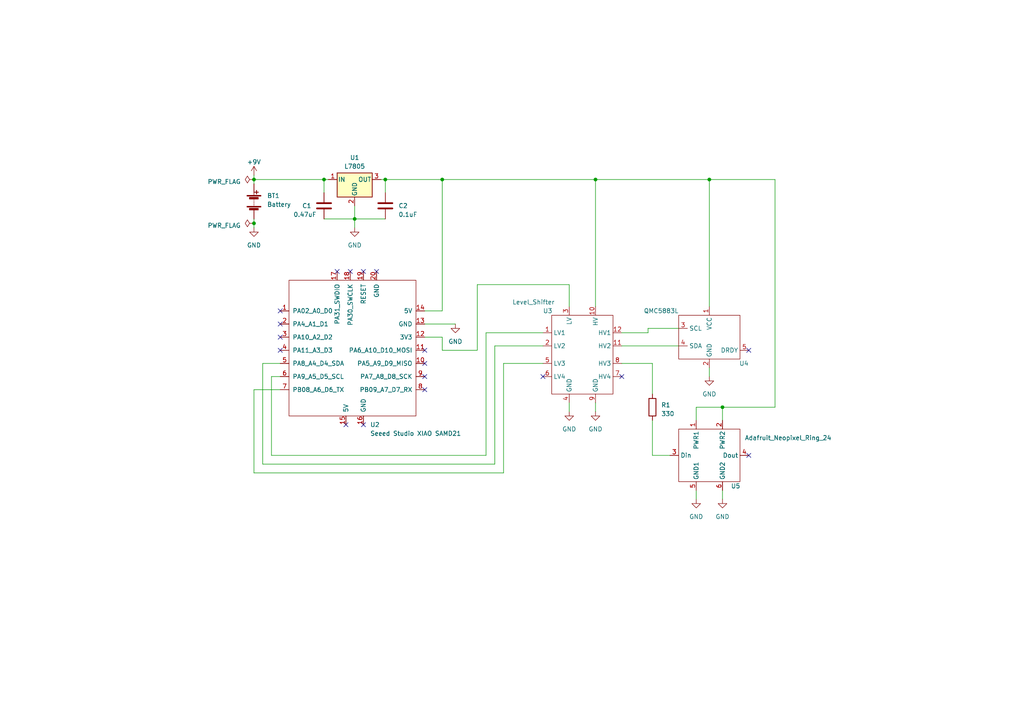
<source format=kicad_sch>
(kicad_sch (version 20230121) (generator eeschema)
  (paper "A4")
  (title_block (title "Digital Compass") (date "2022-12-10") (rev "v1") (comment 1 "Description: Digital compass") (comment 2 "License: MIT License (https://opensource.org/licenses/MIT)") (comment 3 "Author: Federico Menozzi"))
  (lib_symbols
    (symbol "Device:Battery" (pin_numbers hide) (pin_names (offset 0) hide)
      (property "Reference" "BT" (at 2.54 2.54 0))
      (property "Value" "Battery" (at 2.54 0 0))
      (symbol "Battery_0_1"
        (rectangle (start -2.032 -1.397) (end 2.032 -1.651) (fill (type outline)))
        (rectangle (start -2.032 1.778) (end 2.032 1.524) (fill (type outline)))
        (rectangle (start -1.3208 -1.9812) (end 1.27 -2.4892) (fill (type outline)))
        (rectangle (start -1.3208 1.1938) (end 1.27 0.6858) (fill (type outline)))
        (polyline (pts (xy 0 -1.524) (xy 0 -1.27)))
        (polyline (pts (xy 0 -1.016) (xy 0 -0.762)))
        (polyline (pts (xy 0 -0.508) (xy 0 -0.254)))
        (polyline (pts (xy 0 0) (xy 0 0.254)))
        (polyline (pts (xy 0 0.508) (xy 0 0.762)))
        (polyline (pts (xy 0 1.778) (xy 0 2.54)))
        (polyline (pts (xy 0.254 2.667) (xy 1.27 2.667)) (stroke (width 0.254)))
        (polyline (pts (xy 0.762 3.175) (xy 0.762 2.159)) (stroke (width 0.254)))
      )
      (symbol "Battery_1_1"
        (pin passive line (at 0 5.08 270) (length 2.54) (name "+") (number "1"))
        (pin passive line (at 0 -5.08 90) (length 2.54) (name "-") (number "2"))
      )
    )
    (symbol "Device:C" (pin_numbers hide) (pin_names (offset 0.254))
      (property "Reference" "C" (at 0.635 2.54 0))
      (property "Value" "C" (at 0.635 -2.54 0))
      (symbol "C_0_1"
        (polyline (pts (xy -2.032 -0.762) (xy 2.032 -0.762)) (stroke (width 0.508)))
        (polyline (pts (xy -2.032 0.762) (xy 2.032 0.762)) (stroke (width 0.508)))
      )
      (symbol "C_1_1"
        (pin passive line (at 0 3.81 270) (length 2.794) (name "~") (number "1"))
        (pin passive line (at 0 -3.81 90) (length 2.794) (name "~") (number "2"))
      )
    )
    (symbol "Device:R" (pin_numbers hide) (pin_names (offset 0))
      (property "Reference" "R" (at 2.032 0 90))
      (property "Value" "R" (at 0 0 90))
      (symbol "R_0_1"
        (rectangle (start -1.016 -2.54) (end 1.016 2.54) (stroke (width 0.254)))
      )
      (symbol "R_1_1"
        (pin passive line (at 0 3.81 270) (length 1.27) (name "~") (number "1"))
        (pin passive line (at 0 -3.81 90) (length 1.27) (name "~") (number "2"))
      )
    )
    (symbol "Regulator_Linear:L7805" (pin_names (offset 0.254))
      (property "Reference" "U" (at -3.81 3.175 0))
      (property "Value" "L7805" (at 0 3.175 0))
      (symbol "L7805_0_1"
        (rectangle (start -5.08 1.905) (end 5.08 -5.08) (stroke (width 0.254)) (fill (type background)))
      )
      (symbol "L7805_1_1"
        (pin power_in line (at -7.62 0 0) (length 2.54) (name "IN") (number "1"))
        (pin power_in line (at 0 -7.62 90) (length 2.54) (name "GND") (number "2"))
        (pin power_out line (at 7.62 0 180) (length 2.54) (name "OUT") (number "3"))
      )
    )
    (symbol "digital_compass:Adafruit_Neopixel_Ring_24"
      (property "Reference" "U" (at 8.89 -8.89 0))
      (property "Value" "Adafruit_Neopixel_Ring_24" (at 0 21.59 0))
      (symbol "Adafruit_Neopixel_Ring_24_0_1"
        (rectangle (start -8.89 7.62) (end 8.89 -7.62))
      )
      (symbol "Adafruit_Neopixel_Ring_24_1_1"
        (pin power_in line (at -3.81 10.16 270) (length 2.54) (name "PWR1") (number "1"))
        (pin power_in line (at 3.81 10.16 270) (length 2.54) (name "PWR2") (number "2"))
        (pin input line (at -11.43 0 0) (length 2.54) (name "Din") (number "3"))
        (pin output line (at 11.43 0 180) (length 2.54) (name "Dout") (number "4"))
        (pin power_in line (at -3.81 -10.16 90) (length 2.54) (name "GND1") (number "5"))
        (pin power_in line (at 3.81 -10.16 90) (length 2.54) (name "GND2") (number "6"))
      )
    )
    (symbol "digital_compass:Level_Shifter"
      (property "Reference" "U" (at 10.16 -11.43 0))
      (property "Value" "Level_Shifter" (at -15.24 13.97 0))
      (symbol "Level_Shifter_0_0"
        (text "" (at -20.32 13.97 0) (effects (font (size 1.27 1.27))))
        (text "" (at -13.97 13.97 0) (effects (font (size 1.27 1.27))))
        (text "" (at 10.16 -11.43 0) (effects (font (size 1.27 1.27))))
      )
      (symbol "Level_Shifter_0_1"
        (rectangle (start -8.89 11.43) (end 8.89 -11.43))
      )
      (symbol "Level_Shifter_1_1"
        (pin bidirectional line (at -11.43 6.35 0) (length 2.54) (name "LV1") (number "1"))
        (pin power_in line (at 3.81 13.97 270) (length 2.54) (name "HV") (number "10"))
        (pin bidirectional line (at 11.43 2.54 180) (length 2.54) (name "HV2") (number "11"))
        (pin bidirectional line (at 11.43 6.35 180) (length 2.54) (name "HV1") (number "12"))
        (pin bidirectional line (at -11.43 2.54 0) (length 2.54) (name "LV2") (number "2"))
        (pin power_in line (at -3.81 13.97 270) (length 2.54) (name "LV") (number "3"))
        (pin power_in line (at -3.81 -13.97 90) (length 2.54) (name "GND") (number "4"))
        (pin bidirectional line (at -11.43 -2.54 0) (length 2.54) (name "LV3") (number "5"))
        (pin bidirectional line (at -11.43 -6.35 0) (length 2.54) (name "LV4") (number "6"))
        (pin bidirectional line (at 11.43 -6.35 180) (length 2.54) (name "HV4") (number "7"))
        (pin bidirectional line (at 11.43 -2.54 180) (length 2.54) (name "HV3") (number "8"))
        (pin power_in line (at 3.81 -13.97 90) (length 2.54) (name "GND") (number "9"))
      )
    )
    (symbol "digital_compass:QMC5883L"
      (property "Reference" "U" (at 7.62 -8.89 0))
      (property "Value" "QMC5883L" (at -7.62 7.62 0))
      (symbol "QMC5883L_0_1"
        (rectangle (start -8.89 6.35) (end 8.89 -6.35))
      )
      (symbol "QMC5883L_1_1"
        (pin power_in line (at 0 8.89 270) (length 2.54) (name "VCC") (number "1"))
        (pin power_in line (at 0 -8.89 90) (length 2.54) (name "GND") (number "2"))
        (pin bidirectional line (at -8.89 2.54 0) (length 2.54) (name "SCL") (number "3"))
        (pin bidirectional line (at -8.89 -2.54 0) (length 2.54) (name "SDA") (number "4"))
        (pin output line (at 11.43 -3.81 180) (length 2.54) (name "DRDY") (number "5"))
      )
    )
    (symbol "digital_compass:Seeed Studio XIAO SAMD21" (pin_names (offset 1.016))
      (property "Reference" "U" (at -19.05 22.86 0))
      (property "Value" "Seeed Studio XIAO SAMD21" (at -12.7 21.59 0))
      (symbol "Seeed Studio XIAO SAMD21_0_1"
        (rectangle (start -19.05 20.32) (end 17.78 -19.05))
      )
      (symbol "Seeed Studio XIAO SAMD21_1_1"
        (pin unspecified line (at -21.59 11.43 0) (length 2.54) (name "PA02_A0_D0") (number "1"))
        (pin unspecified line (at 20.32 -3.81 180) (length 2.54) (name "PA5_A9_D9_MISO") (number "10"))
        (pin unspecified line (at 20.32 0 180) (length 2.54) (name "PA6_A10_D10_MOSI") (number "11"))
        (pin power_out line (at 20.32 3.81 180) (length 2.54) (name "3V3") (number "12"))
        (pin power_in line (at 20.32 7.62 180) (length 2.54) (name "GND") (number "13"))
        (pin power_in line (at 20.32 11.43 180) (length 2.54) (name "5V") (number "14"))
        (pin input line (at -2.54 -21.59 90) (length 2.54) (name "5V") (number "15"))
        (pin input line (at 2.54 -21.59 90) (length 2.54) (name "GND") (number "16"))
        (pin input line (at -5.08 22.86 270) (length 2.54) (name "PA31_SWDIO") (number "17"))
        (pin input line (at -1.27 22.86 270) (length 2.54) (name "PA30_SWCLK") (number "18"))
        (pin input line (at 2.54 22.86 270) (length 2.54) (name "RESET") (number "19"))
        (pin unspecified line (at -21.59 7.62 0) (length 2.54) (name "PA4_A1_D1") (number "2"))
        (pin input line (at 6.35 22.86 270) (length 2.54) (name "GND") (number "20"))
        (pin unspecified line (at -21.59 3.81 0) (length 2.54) (name "PA10_A2_D2") (number "3"))
        (pin unspecified line (at -21.59 0 0) (length 2.54) (name "PA11_A3_D3") (number "4"))
        (pin bidirectional line (at -21.59 -3.81 0) (length 2.54) (name "PA8_A4_D4_SDA") (number "5"))
        (pin bidirectional line (at -21.59 -7.62 0) (length 2.54) (name "PA9_A5_D5_SCL") (number "6"))
        (pin bidirectional line (at -21.59 -11.43 0) (length 2.54) (name "PB08_A6_D6_TX") (number "7"))
        (pin unspecified line (at 20.32 -11.43 180) (length 2.54) (name "PB09_A7_D7_RX") (number "8"))
        (pin unspecified line (at 20.32 -7.62 180) (length 2.54) (name "PA7_A8_D8_SCK") (number "9"))
      )
    )
    (symbol "power:+9V" (power) (pin_names (offset 0))
      (property "Value" "+9V" (at 0 3.556 0))
      (symbol "+9V_0_1"
        (polyline (pts (xy -0.762 1.27) (xy 0 2.54)))
        (polyline (pts (xy 0 0) (xy 0 2.54)))
        (polyline (pts (xy 0 2.54) (xy 0.762 1.27)))
      )
      (symbol "+9V_1_1"
        (pin power_in line (at 0 0 90) (length 0) hide (name "+9V") (number "1"))
      )
    )
    (symbol "power:GND" (power) (pin_names (offset 0))
      (property "Value" "GND" (at 0 -3.81 0))
      (symbol "GND_0_1"
        (polyline (pts (xy 0 0) (xy 0 -1.27) (xy 1.27 -1.27) (xy 0 -2.54) (xy -1.27 -1.27) (xy 0 -1.27)))
      )
      (symbol "GND_1_1"
        (pin power_in line (at 0 0 270) (length 0) hide (name "GND") (number "1"))
      )
    )
    (symbol "power:PWR_FLAG" (power) (pin_numbers hide) (pin_names (offset 0) hide)
      (property "Value" "PWR_FLAG" (at 0 3.81 0))
      (symbol "PWR_FLAG_0_0"
        (pin power_out line (at 0 0 90) (length 0) (name "pwr") (number "1"))
      )
      (symbol "PWR_FLAG_0_1"
        (polyline (pts (xy 0 0) (xy 0 1.27) (xy -1.016 1.905) (xy 0 2.54) (xy 1.016 1.905) (xy 0 1.27)))
      )
    )
  )
  (junction (at 128.27 52.07))
  (junction (at 73.66 64.77))
  (junction (at 111.76 52.07))
  (junction (at 93.98 52.07))
  (junction (at 73.66 52.07))
  (junction (at 102.87 63.5))
  (junction (at 205.74 52.07))
  (junction (at 172.72 52.07))
  (junction (at 209.55 118.11))
  (no_connect (at 217.17 101.6))
  (no_connect (at 81.28 97.79))
  (no_connect (at 97.79 78.74))
  (no_connect (at 81.28 90.17))
  (no_connect (at 101.6 78.74))
  (no_connect (at 100.33 123.19))
  (no_connect (at 123.19 101.6))
  (no_connect (at 180.34 109.22))
  (no_connect (at 123.19 105.41))
  (no_connect (at 157.48 109.22))
  (no_connect (at 109.22 78.74))
  (no_connect (at 123.19 113.03))
  (no_connect (at 81.28 93.98))
  (no_connect (at 81.28 101.6))
  (no_connect (at 217.17 132.08))
  (no_connect (at 105.41 78.74))
  (no_connect (at 123.19 109.22))
  (no_connect (at 105.41 123.19))
  (wire (pts (xy 143.51 100.33) (xy 157.48 100.33)))
  (wire (pts (xy 93.98 63.5) (xy 102.87 63.5)))
  (wire (pts (xy 205.74 52.07) (xy 205.74 88.9)))
  (wire (pts (xy 180.34 100.33) (xy 196.85 100.33)))
  (wire (pts (xy 76.2 105.41) (xy 76.2 134.62)))
  (wire (pts (xy 73.66 52.07) (xy 73.66 53.34)))
  (wire (pts (xy 140.97 96.52) (xy 157.48 96.52)))
  (wire (pts (xy 81.28 113.03) (xy 73.66 113.03)))
  (wire (pts (xy 189.23 121.92) (xy 189.23 132.08)))
  (wire (pts (xy 146.05 105.41) (xy 157.48 105.41)))
  (wire (pts (xy 189.23 105.41) (xy 189.23 114.3)))
  (wire (pts (xy 138.43 101.6) (xy 138.43 82.55)))
  (wire (pts (xy 128.27 101.6) (xy 138.43 101.6)))
  (wire (pts (xy 146.05 137.16) (xy 146.05 105.41)))
  (wire (pts (xy 172.72 52.07) (xy 205.74 52.07)))
  (wire (pts (xy 172.72 116.84) (xy 172.72 119.38)))
  (wire (pts (xy 81.28 109.22) (xy 78.74 109.22)))
  (wire (pts (xy 224.79 118.11) (xy 209.55 118.11)))
  (wire (pts (xy 209.55 118.11) (xy 201.93 118.11)))
  (wire (pts (xy 205.74 106.68) (xy 205.74 109.22)))
  (wire (pts (xy 73.66 113.03) (xy 73.66 137.16)))
  (wire (pts (xy 73.66 137.16) (xy 146.05 137.16)))
  (wire (pts (xy 73.66 52.07) (xy 93.98 52.07)))
  (wire (pts (xy 81.28 105.41) (xy 76.2 105.41)))
  (wire (pts (xy 180.34 105.41) (xy 189.23 105.41)))
  (wire (pts (xy 78.74 132.08) (xy 140.97 132.08)))
  (wire (pts (xy 111.76 52.07) (xy 111.76 55.88)))
  (wire (pts (xy 172.72 52.07) (xy 172.72 88.9)))
  (wire (pts (xy 73.66 50.8) (xy 73.66 52.07)))
  (wire (pts (xy 180.34 96.52) (xy 187.96 96.52)))
  (wire (pts (xy 165.1 119.38) (xy 165.1 116.84)))
  (wire (pts (xy 205.74 52.07) (xy 224.79 52.07)))
  (wire (pts (xy 140.97 132.08) (xy 140.97 96.52)))
  (wire (pts (xy 95.25 52.07) (xy 93.98 52.07)))
  (wire (pts (xy 128.27 97.79) (xy 128.27 101.6)))
  (wire (pts (xy 73.66 64.77) (xy 73.66 66.04)))
  (wire (pts (xy 143.51 134.62) (xy 143.51 100.33)))
  (wire (pts (xy 93.98 52.07) (xy 93.98 55.88)))
  (wire (pts (xy 110.49 52.07) (xy 111.76 52.07)))
  (wire (pts (xy 102.87 63.5) (xy 102.87 66.04)))
  (wire (pts (xy 201.93 118.11) (xy 201.93 121.92)))
  (wire (pts (xy 128.27 90.17) (xy 123.19 90.17)))
  (wire (pts (xy 128.27 52.07) (xy 172.72 52.07)))
  (wire (pts (xy 224.79 52.07) (xy 224.79 118.11)))
  (wire (pts (xy 123.19 93.98) (xy 132.08 93.98)))
  (wire (pts (xy 165.1 82.55) (xy 165.1 88.9)))
  (wire (pts (xy 73.66 63.5) (xy 73.66 64.77)))
  (wire (pts (xy 102.87 63.5) (xy 111.76 63.5)))
  (wire (pts (xy 102.87 59.69) (xy 102.87 63.5)))
  (wire (pts (xy 209.55 118.11) (xy 209.55 121.92)))
  (wire (pts (xy 187.96 96.52) (xy 187.96 95.25)))
  (wire (pts (xy 201.93 142.24) (xy 201.93 144.78)))
  (wire (pts (xy 187.96 95.25) (xy 196.85 95.25)))
  (wire (pts (xy 76.2 134.62) (xy 143.51 134.62)))
  (wire (pts (xy 209.55 142.24) (xy 209.55 144.78)))
  (wire (pts (xy 111.76 52.07) (xy 128.27 52.07)))
  (wire (pts (xy 128.27 52.07) (xy 128.27 90.17)))
  (wire (pts (xy 138.43 82.55) (xy 165.1 82.55)))
  (wire (pts (xy 189.23 132.08) (xy 194.31 132.08)))
  (wire (pts (xy 78.74 109.22) (xy 78.74 132.08)))
  (wire (pts (xy 123.19 97.79) (xy 128.27 97.79)))
  (symbol (lib_id "Device:C") (at 93.98 59.69 0) (unit 1)
    (property "Reference" "C1" (at 87.63 59.69 0) (effects (justify left)))
    (property "Value" "0.47uF" (at 85.09 62.23 0) (effects (justify left)))
    (property "Footprint" "Capacitor_SMD:C_1206_3216Metric_Pad1.33x1.80mm_HandSolder" (effects hide))
  )
  (symbol (lib_id "Regulator_Linear:L7805") (at 102.87 52.07 0) (unit 1)
    (property "Reference" "U1" (at 102.87 45.72 0))
    (property "Value" "L7805" (at 102.87 48.26 0))
    (property "Footprint" "Package_TO_SOT_SMD:TO-252-3_TabPin2" (effects hide))
    (property "Datasheet" "http://www.st.com/content/ccc/resource/technical/document/datasheet/41/4f/b3/b0/12/d4/47/88/CD00000444.pdf/files/CD00000444.pdf/jcr:content/translations/en.CD00000444.pdf" (effects hide))
  )
  (symbol (lib_id "power:GND") (at 205.74 109.22 0) (unit 1)
    (property "Reference" "#PWR08" (effects hide))
    (property "Value" "GND" (at 205.74 114.3 0))
  )
  (symbol (lib_id "power:GND") (at 73.66 66.04 0) (unit 1)
    (property "Reference" "#PWR02" (effects hide))
    (property "Value" "GND" (at 73.66 71.12 0))
  )
  (symbol (lib_id "power:GND") (at 201.93 144.78 0) (unit 1)
    (property "Reference" "#PWR07" (effects hide))
    (property "Value" "GND" (at 201.93 149.86 0))
  )
  (symbol (lib_id "power:PWR_FLAG") (at 73.66 52.07 90) (unit 1)
    (property "Reference" "#FLG01" (effects hide))
    (property "Value" "PWR_FLAG" (at 69.85 52.705 90) (effects (justify left)))
  )
  (symbol (lib_id "power:GND") (at 102.87 66.04 0) (unit 1)
    (property "Reference" "#PWR03" (effects hide))
    (property "Value" "GND" (at 102.87 71.12 0))
  )
  (symbol (lib_id "digital_compass:QMC5883L") (at 205.74 97.79 0) (unit 1)
    (property "Reference" "U4" (at 217.17 105.41 0) (effects (justify right)))
    (property "Value" "QMC5883L" (at 196.85 90.17 0) (effects (justify right)))
    (property "Footprint" "digital_compass:QMC5883L" (effects hide))
  )
  (symbol (lib_id "digital_compass:Level_Shifter") (at 168.91 102.87 0) (unit 1)
    (property "Reference" "U3" (at 157.48 90.17 0) (effects (justify left)))
    (property "Value" "Level_Shifter" (at 148.59 87.63 0) (effects (justify left)))
    (property "Footprint" "digital_compass:Level_Shifter" (effects hide))
  )
  (symbol (lib_id "Device:Battery") (at 73.66 58.42 0) (unit 1)
    (property "Reference" "BT1" (at 77.47 56.7689 0) (effects (justify left)))
    (property "Value" "Battery" (at 77.47 59.3089 0) (effects (justify left)))
    (property "Footprint" "Battery:BatteryHolder_Eagle_12BH611-GR" (effects hide))
  )
  (symbol (lib_id "Device:R") (at 189.23 118.11 0) (unit 1)
    (property "Reference" "R1" (at 191.77 117.475 0) (effects (justify left)))
    (property "Value" "330" (at 191.77 120.015 0) (effects (justify left)))
    (property "Footprint" "Resistor_SMD:R_1206_3216Metric_Pad1.30x1.75mm_HandSolder" (effects hide))
  )
  (symbol (lib_id "power:+9V") (at 73.66 50.8 0) (unit 1)
    (property "Reference" "#PWR01" (effects hide))
    (property "Value" "+9V" (at 73.66 46.99 0))
  )
  (symbol (lib_id "power:GND") (at 209.55 144.78 0) (unit 1)
    (property "Reference" "#PWR09" (effects hide))
    (property "Value" "GND" (at 209.55 149.86 0))
  )
  (symbol (lib_id "power:GND") (at 132.08 93.98 0) (unit 1)
    (property "Reference" "#PWR04" (effects hide))
    (property "Value" "GND" (at 132.08 99.06 0))
  )
  (symbol (lib_id "digital_compass:Seeed Studio XIAO SAMD21") (at 102.87 101.6 0) (unit 1)
    (property "Reference" "U2" (at 107.3659 123.19 0) (effects (justify left)))
    (property "Value" "Seeed Studio XIAO SAMD21" (at 107.3659 125.73 0) (effects (justify left)))
    (property "Footprint" "digital_compass:XIAO-SAMD21-RP2040-14P-2.54-21X17.8MM (Seeeduino XIAO)" (effects hide))
  )
  (symbol (lib_id "power:GND") (at 172.72 119.38 0) (unit 1)
    (property "Reference" "#PWR06" (effects hide))
    (property "Value" "GND" (at 172.72 124.46 0))
  )
  (symbol (lib_id "power:GND") (at 165.1 119.38 0) (unit 1)
    (property "Reference" "#PWR05" (effects hide))
    (property "Value" "GND" (at 165.1 124.46 0))
  )
  (symbol (lib_id "Device:C") (at 111.76 59.69 0) (unit 1)
    (property "Reference" "C2" (at 115.57 59.69 0) (effects (justify left)))
    (property "Value" "0.1uF" (at 115.57 62.23 0) (effects (justify left)))
    (property "Footprint" "Capacitor_SMD:C_1206_3216Metric_Pad1.33x1.80mm_HandSolder" (effects hide))
  )
  (symbol (lib_id "digital_compass:Adafruit_Neopixel_Ring_24") (at 205.74 132.08 0) (unit 1)
    (property "Reference" "U5" (at 213.36 140.97 0))
    (property "Value" "Adafruit_Neopixel_Ring_24" (at 228.6 127 0))
    (property "Footprint" "digital_compass:Adafruit Neopixel Ring 24" (effects hide))
  )
  (symbol (lib_id "power:PWR_FLAG") (at 73.66 64.77 90) (unit 1)
    (property "Reference" "#FLG02" (effects hide))
    (property "Value" "PWR_FLAG" (at 69.85 65.405 90) (effects (justify left)))
  )
)
</source>
